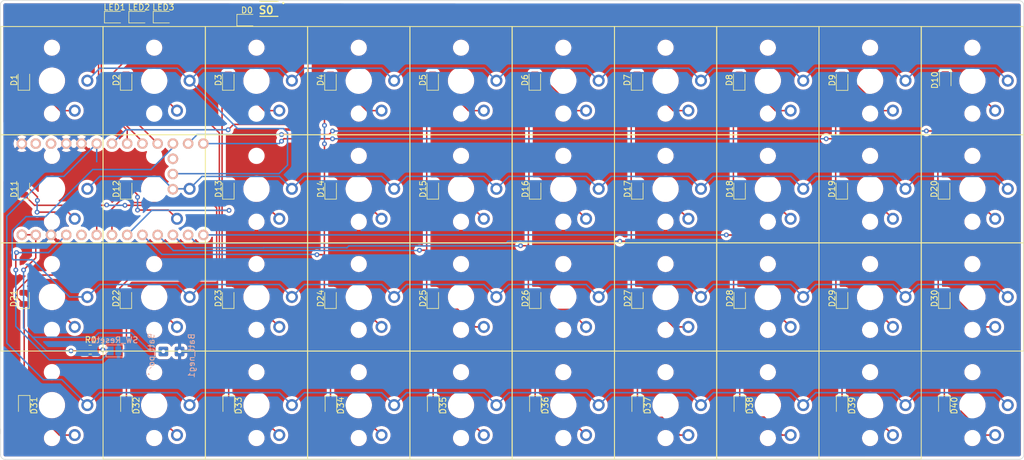
<source format=kicad_pcb>
(kicad_pcb (version 20211014) (generator pcbnew)
  (title_block (title "Meteor Sidekick") (date "2022-11-04") (rev "A") (company "Az Builts") (comment 1 "Ultra-thin wireless keyboard for large smartphones"))
  (layers (0 "F.Cu" signal) (31 "B.Cu" signal) (34 "B.Paste" user) (35 "F.Paste" user) (36 "B.SilkS" user "B.Silkscreen") (37 "F.SilkS" user "F.Silkscreen") (38 "B.Mask" user) (39 "F.Mask" user) (44 "Edge.Cuts" user))
  (net 0 "")
  (net 1 "/col_0")
  (net 2 "/col_1")
  (net 3 "/col_2")
  (net 4 "/col_3")
  (net 5 "/col_4")
  (net 6 "/col_5")
  (net 7 "/col_6")
  (net 8 "/col_7")
  (net 9 "/col_8")
  (net 10 "/col_9")
  (net 11 "Net-(D1-Pad2)")
  (net 12 "/row_0")
  (net 13 "/row_1")
  (net 14 "/row_2")
  (net 15 "/row_3")
  (net 16 "GND")
  (net 17 "Net-(R0-Pad2)")
  (net 19 "/Batt +")
  (net 20 "/LED1")
  (net 21 "/LED2")
  (net 22 "/LED3")
  (net 23 "Net-(D0-Pad2)")
  (net 24 "/SIDE_SWITCH")
  (net 25 "Net-(D2-Pad2)")
  (net 26 "Net-(D3-Pad2)")
  (net 27 "Net-(D4-Pad2)")
  (net 28 "Net-(D5-Pad2)")
  (net 29 "Net-(D6-Pad2)")
  (net 30 "Net-(D7-Pad2)")
  (net 31 "Net-(D8-Pad2)")
  (net 32 "Net-(D9-Pad2)")
  (net 33 "Net-(D10-Pad2)")
  (net 34 "Net-(D11-Pad2)")
  (net 35 "Net-(D12-Pad2)")
  (net 36 "Net-(D13-Pad2)")
  (net 37 "Net-(D14-Pad2)")
  (net 38 "Net-(D15-Pad2)")
  (net 39 "Net-(D16-Pad2)")
  (net 40 "Net-(D17-Pad2)")
  (net 41 "Net-(D18-Pad2)")
  (net 42 "Net-(D19-Pad2)")
  (net 43 "Net-(D20-Pad2)")
  (net 44 "Net-(D21-Pad2)")
  (net 45 "Net-(D22-Pad2)")
  (net 46 "Net-(D23-Pad2)")
  (net 47 "Net-(D24-Pad2)")
  (net 48 "Net-(D25-Pad2)")
  (net 49 "Net-(D26-Pad2)")
  (net 50 "Net-(D27-Pad2)")
  (net 51 "Net-(D28-Pad2)")
  (net 52 "Net-(D29-Pad2)")
  (net 53 "Net-(D30-Pad2)")
  (net 54 "Net-(D31-Pad2)")
  (net 55 "Net-(D32-Pad2)")
  (net 56 "Net-(D33-Pad2)")
  (net 57 "Net-(D34-Pad2)")
  (net 58 "Net-(D35-Pad2)")
  (net 59 "Net-(D36-Pad2)")
  (net 60 "Net-(D37-Pad2)")
  (net 61 "Net-(D38-Pad2)")
  (net 62 "Net-(D39-Pad2)")
  (net 63 "Net-(D40-Pad2)")
  (footprint "Diode_SMD:D_0805_2012Metric" (layer "F.Cu") (at 56.41111 73.7375 90)
    (fp_text reference "D23")
    (fp_text value "D")
  )
  (footprint "Az-custom-parts:Kailh-PG1350-1u-NoLED-NoClickhole-Smol" (layer "F.Cu") (at 95.225 55.453 90)
    (fp_text reference "K15")
    (fp_text value "KEYSW" hide)
  )
  (footprint "Az-custom-parts:Kailh-PG1350-1u-NoLED-NoClickhole-Smol" (layer "F.Cu") (at 163.425 73.503 90)
    (fp_text reference "K29")
    (fp_text value "KEYSW" hide)
  )
  (footprint "Az-custom-parts:Kailh-PG1350-1u-NoLED-NoClickhole-Smol" (layer "F.Cu") (at 112.275 37.403 90)
    (fp_text reference "K6")
    (fp_text value "KEYSW" hide)
  )
  (footprint "Az-custom-parts:Kailh-PG1350-1u-NoLED-NoClickhole-Smol" (layer "F.Cu") (at 78.175 91.553 90)
    (fp_text reference "K34")
    (fp_text value "KEYSW" hide)
  )
  (footprint "Diode_SMD:D_0805_2012Metric" (layer "F.Cu") (at 175.8 91.625 -90)
    (fp_text reference "D40")
    (fp_text value "D")
  )
  (footprint "Az-custom-parts:Kailh-PG1350-1u-NoLED-NoClickhole-Smol" (layer "F.Cu") (at 44.075 55.453 90)
    (fp_text reference "K12")
    (fp_text value "KEYSW" hide)
  )
  (footprint "LED_SMD:LED_0805_2012Metric" (layer "F.Cu") (at 45.6 26.8)
    (fp_text reference "LED3")
    (fp_text value "LED")
  )
  (footprint "Az-custom-parts:Kailh-PG1350-1u-NoLED-NoClickhole-Smol" (layer "F.Cu") (at 27.025 73.503 90)
    (fp_text reference "K21")
    (fp_text value "KEYSW" hide)
  )
  (footprint "Az-custom-parts:Kailh-PG1350-1u-NoLED-NoClickhole-Smol" (layer "F.Cu") (at 163.425 55.453 90)
    (fp_text reference "K19")
    (fp_text value "KEYSW" hide)
  )
  (footprint "Az-custom-parts:Kailh-PG1350-1u-NoLED-NoClickhole-Smol" (layer "F.Cu") (at 129.325 73.503 90)
    (fp_text reference "K27")
    (fp_text value "KEYSW" hide)
  )
  (footprint "Az-custom-parts:Kailh-PG1350-1u-NoLED-NoClickhole-Smol" (layer "F.Cu") (at 112.275 73.503 90)
    (fp_text reference "K26")
    (fp_text value "KEYSW" hide)
  )
  (footprint "Diode_SMD:D_0805_2012Metric" (layer "F.Cu") (at 90.492856 37.3125 90)
    (fp_text reference "D5")
    (fp_text value "D")
  )
  (footprint "Diode_SMD:D_0805_2012Metric" (layer "F.Cu") (at 39.355555 73.7375 90)
    (fp_text reference "D22")
    (fp_text value "D")
  )
  (footprint "Az-custom-parts:Kailh-PG1350-1u-NoLED-NoClickhole-Smol" (layer "F.Cu") (at 78.175 37.403 90)
    (fp_text reference "K4")
    (fp_text value "KEYSW" hide)
  )
  (footprint "Az-custom-parts:Kailh-PG1350-1u-NoLED-NoClickhole-Smol" (layer "F.Cu") (at 27.025 91.553 90)
    (fp_text reference "K31")
    (fp_text value "KEYSW" hide)
  )
  (footprint "Az-custom-parts:Kailh-PG1350-1u-NoLED-NoClickhole-Smol" (layer "F.Cu") (at 146.375 73.503 90)
    (fp_text reference "K28")
    (fp_text value "KEYSW" hide)
  )
  (footprint "Az-custom-parts:Kailh-PG1350-1u-NoLED-NoClickhole-Smol" (layer "F.Cu") (at 27.025 37.403 90)
    (fp_text reference "K1")
    (fp_text value "KEYSW" hide)
  )
  (footprint "Diode_SMD:D_0805_2012Metric" (layer "F.Cu") (at 56.438888 55.4875 90)
    (fp_text reference "D13")
    (fp_text value "D")
  )
  (footprint "Diode_SMD:D_0805_2012Metric" (layer "F.Cu") (at 141.711108 91.625 -90)
    (fp_text reference "D38")
    (fp_text value "D")
  )
  (footprint "Diode_SMD:D_0805_2012Metric" (layer "F.Cu") (at 56.421428 37.3125 90)
    (fp_text reference "D3")
    (fp_text value "D")
  )
  (footprint "Diode_SMD:D_0805_2012Metric" (layer "F.Cu") (at 22.4 91.625 -90)
    (fp_text reference "D31")
    (fp_text value "D")
  )
  (footprint "Diode_SMD:D_0805_2012Metric" (layer "F.Cu") (at 90.527776 55.4875 90)
    (fp_text reference "D15")
    (fp_text value "D")
  )
  (footprint "Az-custom-parts:Kailh-PG1350-1u-NoLED-NoClickhole-Smol" (layer "F.Cu") (at 95.225 73.503 90)
    (fp_text reference "K25")
    (fp_text value "KEYSW" hide)
  )
  (footprint "Az-custom-parts:Kailh-PG1350-1u-NoLED-NoClickhole-Smol" (layer "F.Cu") (at 180.475 73.503 90)
    (fp_text reference "K30")
    (fp_text value "KEYSW" hide)
  )
  (footprint "b3u:B3U-1000P" (layer "F.Cu") (at 63.2 25.425)
    (fp_text reference "S0")
    (fp_text value "B3U-3000P" hide)
  )
  (footprint "Diode_SMD:D_0805_2012Metric" (layer "F.Cu") (at 124.616664 55.4875 90)
    (fp_text reference "D17")
    (fp_text value "D")
  )
  (footprint "Diode_SMD:D_0805_2012Metric" (layer "F.Cu") (at 175.8 73.7375 90)
    (fp_text reference "D30")
    (fp_text value "D")
  )
  (footprint "Diode_SMD:D_0805_2012Metric" (layer "F.Cu") (at 175.75 55.4875 90)
    (fp_text reference "D20")
    (fp_text value "D")
  )
  (footprint "Az-custom-parts:Kailh-PG1350-1u-NoLED-NoClickhole-Smol" (layer "F.Cu") (at 180.475 55.453 90)
    (fp_text reference "K20")
    (fp_text value "KEYSW" hide)
  )
  (footprint "Az-custom-parts:Kailh-PG1350-1u-NoLED-NoClickhole-Smol" (layer "F.Cu") (at 112.275 91.553 90)
    (fp_text reference "K36")
    (fp_text value "KEYSW" hide)
  )
  (footprint "Az-custom-parts:Kailh-PG1350-1u-NoLED-NoClickhole-Smol" (layer "F.Cu") (at 112.275 55.453 90)
    (fp_text reference "K16")
    (fp_text value "KEYSW" hide)
  )
  (footprint "Diode_SMD:D_0805_2012Metric" (layer "F.Cu") (at 90.52222 73.7375 90)
    (fp_text reference "D25")
    (fp_text value "D")
  )
  (footprint "Diode_SMD:D_0805_2012Metric" (layer "F.Cu") (at 73.457142 37.3125 90)
    (fp_text reference "D4")
    (fp_text value "D")
  )
  (footprint "Az-custom-parts:Kailh-PG1350-1u-NoLED-NoClickhole-Smol" (layer "F.Cu") (at 44.075 37.403 90)
    (fp_text reference "K2")
    (fp_text value "KEYSW" hide)
  )
  (footprint "Diode_SMD:D_0805_2012Metric" (layer "F.Cu") (at 158.705552 55.4875 90)
    (fp_text reference "D19")
    (fp_text value "D")
  )
  (footprint "LED_SMD:LED_0805_2012Metric" (layer "F.Cu") (at 41.53125 26.8)
    (fp_text reference "LED2")
    (fp_text value "LED")
  )
  (footprint "Az-custom-parts:Kailh-PG1350-1u-NoLED-NoClickhole-Smol" (layer "F.Cu") (at 95.225 37.403 90)
    (fp_text reference "K5")
    (fp_text value "KEYSW" hide)
  )
  (footprint "Az-custom-parts:Kailh-PG1350-1u-NoLED-NoClickhole-Smol" (layer "F.Cu") (at 146.375 55.453 90)
    (fp_text reference "K18")
    (fp_text value "KEYSW" hide)
  )
  (footprint "Az-custom-parts:Kailh-PG1350-1u-NoLED-NoClickhole-Smol" (layer "F.Cu") (at 61.125 37.403 90)
    (fp_text reference "K3")
    (fp_text value "KEYSW" hide)
  )
  (footprint "Diode_SMD:D_0805_2012Metric" (layer "F.Cu") (at 22.3 73.7375 90)
    (fp_text reference "D21")
    (fp_text value "D")
  )
  (footprint "Az-custom-parts:Kailh-PG1350-1u-NoLED-NoClickhole-Smol" (layer "F.Cu") (at 129.325 55.453 90)
    (fp_text reference "K17")
    (fp_text value "KEYSW" hide)
  )
  (footprint "Diode_SMD:D_0805_2012Metric" (layer "F.Cu") (at 124.564284 37.3125 90)
    (fp_text reference "D7")
    (fp_text value "D")
  )
  (footprint "Az-custom-parts:Kailh-PG1350-1u-NoLED-NoClickhole-Smol" (layer "F.Cu") (at 146.375 91.553 90)
    (fp_text reference "K38")
    (fp_text value "KEYSW" hide)
  )
  (footprint "Diode_SMD:D_0805_2012Metric" (layer "F.Cu") (at 90.577776 91.625 -90)
    (fp_text reference "D35")
    (fp_text value "D")
  )
  (footprint "Az-custom-parts:Kailh-PG1350-1u-NoLED-NoClickhole-Smol" (layer "F.Cu") (at 44.075 73.503 90)
    (fp_text reference "K22")
    (fp_text value "KEYSW" hide)
  )
  (footprint "Az-custom-parts:Kailh-PG1350-1u-NoLED-NoClickhole-Smol" (layer "F.Cu") (at 180.475 91.553 90)
    (fp_text reference "K40")
    (fp_text value "KEYSW" hide)
  )
  (footprint "Diode_SMD:D_0805_2012Metric" (layer "F.Cu") (at 22.35 37.3125 90)
    (fp_text reference "D1")
    (fp_text value "D")
  )
  (footprint "Diode_SMD:D_0805_2012Metric" (layer "F.Cu") (at 107.62222 91.625 -90)
    (fp_text reference "D36")
    (fp_text value "D")
  )
  (footprint "Diode_SMD:D_0805_2012Metric" (layer "F.Cu") (at 158.755552 91.625 -90)
    (fp_text reference "D39")
    (fp_text value "D")
  )
  (footprint "Diode_SMD:D_0805_2012Metric" (layer "F.Cu") (at 39.394444 55.4875 90)
    (fp_text reference "D12")
    (fp_text value "D")
  )
  (footprint "Diode_SMD:D_0805_2012Metric" (layer "F.Cu") (at 73.533332 91.625 -90)
    (fp_text reference "D34")
    (fp_text value "D")
  )
  (footprint "Az-custom-parts:Kailh-PG1350-1u-NoLED-NoClickhole-Smol" (layer "F.Cu") (at 129.325 37.403 90)
    (fp_text reference "K7")
    (fp_text value "KEYSW" hide)
  )
  (footprint "Diode_SMD:D_0805_2012Metric" (layer "F.Cu") (at 73.466665 73.7375 90)
    (fp_text reference "D24")
    (fp_text value "D")
  )
  (footprint "Az-custom-parts:Kailh-PG1350-1u-NoLED-NoClickhole-Smol" (layer "F.Cu") (at 61.125 91.553 90)
    (fp_text reference "K33")
    (fp_text value "KEYSW" hide)
  )
  (footprint "Resistor_SMD:R_0805_2012Metric" (layer "F.Cu") (at 33.4 82.3)
    (fp_text reference "R0")
    (fp_text value locked "R")
  )
  (footprint "Diode_SMD:D_0805_2012Metric" (layer "F.Cu") (at 59.5375 27.3)
    (fp_text reference "D0")
    (fp_text value "D")
  )
  (footprint "Diode_SMD:D_0805_2012Metric" (layer "F.Cu") (at 158.75 37.3375 90)
    (fp_text reference "D9")
    (fp_text value "D")
  )
  (footprint "Diode_SMD:D_0805_2012Metric" (layer "F.Cu") (at 39.385714 37.3125 90)
    (fp_text reference "D2")
    (fp_text value "D")
  )
  (footprint "Diode_SMD:D_0805_2012Metric" (layer "F.Cu") (at 175.95 37.2625 -90)
    (fp_text reference "D10")
    (fp_text value "D")
  )
  (footprint "Az-custom-parts:Kailh-PG1350-1u-NoLED-NoClickhole-Smol" (layer "F.Cu") (at 146.375 37.403 90)
    (fp_text reference "K8")
    (fp_text value "KEYSW" hide)
  )
  (footprint "Diode_SMD:D_0805_2012Metric" (layer "F.Cu") (at 39.444444 91.625 -90)
    (fp_text reference "D32")
    (fp_text value "D")
  )
  (footprint "Diode_SMD:D_0805_2012Metric" (layer "F.Cu") (at 124.63333 73.7375 90)
    (fp_text reference "D27")
    (fp_text value "D")
  )
  (footprint "Az-custom-parts:Kailh-PG1350-1u-NoLED-NoClickhole-Smol" (layer "F.Cu") (at 180.475 37.403 90)
    (fp_text reference "K10")
    (fp_text value "KEYSW" hide)
  )
  (footprint "Diode_SMD:D_0805_2012Metric" (layer "F.Cu") (at 22.35 55.4875 90)
    (fp_text reference "D11")
    (fp_text value "D")
  )
  (footprint "Diode_SMD:D_0805_2012Metric" (layer "F.Cu") (at 73.483332 55.4875 90)
    (fp_text reference "D14")
    (fp_text value "D")
  )
  (footprint "Az-custom-parts:Kailh-PG1350-1u-NoLED-NoClickhole-Smol" (layer "F.Cu") (at 44.075 91.553 90)
    (fp_text reference "K32")
    (fp_text value "KEYSW" hide)
  )
  (footprint "Az-custom-parts:Kailh-PG1350-1u-NoLED-NoClickhole-Smol" (layer "F.Cu") (at 61.125 73.503 90)
    (fp_text reference "K23")
    (fp_text value "KEYSW" hide)
  )
  (footprint "Az-custom-parts:Kailh-PG1350-1u-NoLED-NoClickhole-Smol" (layer "F.Cu") (at 163.425 91.553 90)
    (fp_text reference "K39")
    (fp_text value "KEYSW" hide)
  )
  (footprint "Diode_SMD:D_0805_2012Metric" (layer "F.Cu") (at 56.488888 91.625 -90)
    (fp_text reference "D33")
    (fp_text value "D")
  )
  (footprint "Diode_SMD:D_0805_2012Metric" (layer "F.Cu") (at 124.666664 91.625 -90)
    (fp_text reference "D37")
    (fp_text value "D")
  )
  (footprint "Az-custom-parts:Kailh-PG1350-1u-NoLED-NoClickhole-Smol" (layer "F.Cu") (at 95.225 91.553 90)
    (fp_text reference "K35")
    (fp_text value "KEYSW" hide)
  )
  (footprint "Az-custom-parts:Kailh-PG1350-1u-NoLED-NoClickhole-Smol" (layer "F.Cu") (at 129.325 91.553 90)
    (fp_text reference "K37")
    (fp_text value "KEYSW" hide)
  )
  (footprint "Diode_SMD:D_0805_2012Metric" (layer "F.Cu") (at 158.74444 73.7375 90)
    (fp_text reference "D29")
    (fp_text value "D")
  )
  (footprint "Diode_SMD:D_0805_2012Metric" (layer "F.Cu") (at 107.57222 55.4875 90)
    (fp_text reference "D16")
    (fp_text value "D")
  )
  (footprint "Diode_SMD:D_0805_2012Metric" (layer "F.Cu") (at 141.661108 55.4875 90)
    (fp_text reference "D18")
    (fp_text value "D")
  )
  (footprint "Az-custom-parts:Kailh-PG1350-1u-NoLED-NoClickhole-Smol" (layer "F.Cu") (at 78.175 55.453 90)
    (fp_text reference "K14")
    (fp_text value "KEYSW" hide)
  )
  (footprint "Az-custom-parts:Kailh-PG1350-1u-NoLED-NoClickhole-Smol" (layer "F.Cu") (at 61.125 55.453 90)
    (fp_text reference "K13")
    (fp_text value "KEYSW" hide)
  )
  (footprint "LED_SMD:LED_0805_2012Metric" (layer "F.Cu") (at 37.4625 26.8)
    (fp_text reference "LED1")
    (fp_text value "LED")
  )
  (footprint "Az-custom-parts:Kailh-PG1350-1u-NoLED-NoClickhole-Smol" (layer "F.Cu") (at 27.025 55.453 90)
    (fp_text reference "K11")
    (fp_text value "KEYSW" hide)
  )
  (footprint "Diode_SMD:D_0805_2012Metric" (layer "F.Cu") (at 141.688885 73.7375 90)
    (fp_text reference "D28")
    (fp_text value "D")
  )
  (footprint "Az-custom-parts:Kailh-PG1350-1u-NoLED-NoClickhole-Smol" (layer "F.Cu") (at 163.425 37.403 90)
    (fp_text reference "K9")
    (fp_text value "KEYSW" hide)
  )
  (footprint "Diode_SMD:D_0805_2012Metric" (layer "F.Cu") (at 107.577775 73.7375 90)
    (fp_text reference "D26")
    (fp_text value "D")
  )
  (footprint "Diode_SMD:D_0805_2012Metric" (layer "F.Cu") (at 107.52857 37.3125 90)
    (fp_text reference "D6")
    (fp_text value "D")
  )
  (footprint "Az-custom-parts:Kailh-PG1350-1u-NoLED-NoClickhole-Smol" (layer "F.Cu") (at 78.175 73.503 90)
    (fp_text reference "K24")
    (fp_text value "KEYSW" hide)
  )
  (footprint "Diode_SMD:D_0805_2012Metric" (layer "F.Cu") (at 141.6 37.3125 90)
    (fp_text reference "D8")
    (fp_text value "D")
  )
  (footprint "nice-nano-kicad:nice_nano_v2" (layer "B.Cu") (at 38.3 55.525)
    (fp_text reference "U1" hide)
    (fp_text value "nice_nano_v2" hide)
  )
  (footprint "Jumper:SolderJumper-2_P1.3mm_Open_Pad1.0x1.5mm" (layer "B.Cu") (at 37.45 82.5 180)
    (fp_text reference "SW_Reset1")
    (fp_text value "SW_Reset1")
  )
  (footprint "Connector_Wire:SolderWire-0.1sqmm_1x01_D0.4mm_OD1mm" (layer "B.Cu") (at 45.6 82.6 180)
    (fp_text reference "Batt_pos1")
    (fp_text value "Conn_01x01")
  )
  (footprint "Connector_Wire:SolderWire-0.1sqmm_1x01_D0.4mm_OD1mm" (layer "B.Cu") (at 48.3 82.6 180)
    (fp_text reference "Batt_neg1")
    (fp_text value "Conn_01x01")
  )
  (gr_rect (start 103.75 82.525) (end 120.8 100.575) (layer "F.SilkS") (width 0.15) (fill none))
  (gr_rect (start 171.95 28.375) (end 189 46.425) (layer "F.SilkS") (width 0.15) (fill none))
  (gr_rect (start 86.7 46.425) (end 103.75 64.475) (layer "F.SilkS") (width 0.15) (fill none))
  (gr_rect (start 86.7 64.475) (end 103.75 82.525) (layer "F.SilkS") (width 0.15) (fill none))
  (gr_rect (start 120.8 46.425) (end 137.85 64.475) (layer "F.SilkS") (width 0.15) (fill none))
  (gr_rect (start 69.65 82.525) (end 86.7 100.575) (layer "F.SilkS") (width 0.15) (fill none))
  (gr_rect (start 103.75 46.425) (end 120.8 64.475) (layer "F.SilkS") (width 0.15) (fill none))
  (gr_rect (start 171.95 46.425) (end 189 64.475) (layer "F.SilkS") (width 0.15) (fill none))
  (gr_rect (start 35.55 46.425) (end 52.6 64.475) (layer "F.SilkS") (width 0.15) (fill none))
  (gr_rect (start 103.75 64.475) (end 120.8 82.525) (layer "F.SilkS") (width 0.15) (fill none))
  (gr_rect (start 69.65 64.475) (end 86.7 82.525) (layer "F.SilkS") (width 0.15) (fill none))
  (gr_rect (start 103.75 28.375) (end 120.8 46.425) (layer "F.SilkS") (width 0.15) (fill none))
  (gr_rect (start 137.85 82.525) (end 154.9 100.575) (layer "F.SilkS") (width 0.15) (fill none))
  (gr_rect (start 137.85 64.475) (end 154.9 82.525) (layer "F.SilkS") (width 0.15) (fill none))
  (gr_rect (start 18.5 64.475) (end 35.55 82.525) (layer "F.SilkS") (width 0.15) (fill none))
  (gr_rect (start 154.9 64.475) (end 171.95 82.525) (layer "F.SilkS") (width 0.15) (fill none))
  (gr_rect (start 69.65 28.375) (end 86.7 46.425) (layer "F.SilkS") (width 0.15) (fill none))
  (gr_rect (start 171.95 64.475) (end 189 82.525) (layer "F.SilkS") (width 0.15) (fill none))
  (gr_rect (start 137.85 28.375) (end 154.9 46.425) (layer "F.SilkS") (width 0.15) (fill none))
  (gr_rect (start 137.85 46.425) (end 154.9 64.475) (layer "F.SilkS") (width 0.15) (fill none))
  (gr_rect (start 52.6 28.375) (end 69.65 46.425) (layer "F.SilkS") (width 0.15) (fill none))
  (gr_rect (start 35.55 82.525) (end 52.6 100.575) (layer "F.SilkS") (width 0.15) (fill none))
  (gr_rect (start 120.8 28.375) (end 137.85 46.425) (layer "F.SilkS") (width 0.15) (fill none))
  (gr_rect (start 154.9 46.425) (end 171.95 64.475) (layer "F.SilkS") (width 0.15) (fill none))
  (gr_rect (start 18.5 28.375) (end 35.55 46.425) (layer "F.SilkS") (width 0.15) (fill none))
  (gr_rect (start 120.8 64.475) (end 137.85 82.525) (layer "F.SilkS") (width 0.15) (fill none))
  (gr_rect (start 69.65 46.425) (end 86.7 64.475) (layer "F.SilkS") (width 0.15) (fill none))
  (gr_rect (start 52.6 82.525) (end 69.65 100.575) (layer "F.SilkS") (width 0.15) (fill none))
  (gr_rect (start 35.55 28.375) (end 52.6 46.425) (layer "F.SilkS") (width 0.15) (fill none))
  (gr_rect (start 52.6 46.425) (end 69.65 64.475) (layer "F.SilkS") (width 0.15) (fill none))
  (gr_rect (start 154.9 28.375) (end 171.95 46.425) (layer "F.SilkS") (width 0.15) (fill none))
  (gr_rect (start 18.5 46.425) (end 35.55 64.475) (layer "F.SilkS") (width 0.15) (fill none))
  (gr_rect (start 52.6 64.475) (end 69.65 82.525) (layer "F.SilkS") (width 0.15) (fill none))
  (gr_rect (start 35.55 64.475) (end 52.6 82.525) (layer "F.SilkS") (width 0.15) (fill none))
  (gr_rect (start 86.7 82.525) (end 103.75 100.575) (layer "F.SilkS") (width 0.15) (fill none))
  (gr_rect (start 120.8 82.525) (end 137.85 100.575) (layer "F.SilkS") (width 0.15) (fill none))
  (gr_rect (start 154.9 82.525) (end 171.95 100.575) (layer "F.SilkS") (width 0.15) (fill none))
  (gr_rect (start 86.7 28.375) (end 103.75 46.425) (layer "F.SilkS") (width 0.15) (fill none))
  (gr_line (start 189.034315 24.840685) (end 189.05 96.275) (layer "Edge.Cuts") (width 0.1))
  (gr_line (start 18.45 96.325) (end 18.415685 24.790685) (layer "Edge.Cuts") (width 0.1))
  (gr_line (start 189.05 96.259315) (end 189.05 99.809315) (layer "Edge.Cuts") (width 0.1))
  (gr_line (start 18.45 95.525) (end 18.45 99.825) (layer "Edge.Cuts") (width 0.1))
  (gr_line (start 188.234315 100.609315) (end 19.25 100.625) (layer "Edge.Cuts") (width 0.1))
  (gr_arc (start 18.415685 24.790685) (mid 18.65 24.225) (end 19.215685 23.990685) (layer "Edge.Cuts") (width 0.1))
  (gr_arc (start 189.05 99.809315) (mid 188.815685 100.375) (end 188.25 100.609315) (layer "Edge.Cuts") (width 0.1))
  (gr_arc (start 19.25 100.625) (mid 18.684315 100.390685) (end 18.45 99.825) (layer "Edge.Cuts") (width 0.1))
  (gr_line (start 19.215685 23.990685) (end 188.234315 24.040685) (layer "Edge.Cuts") (width 0.1))
  (gr_arc (start 188.234315 24.040685) (mid 188.8 24.275) (end 189.034315 24.840685) (layer "Edge.Cuts") (width 0.1))
  (segment (start 54.013604 69.85) (end 23.745666 69.85) (width 0.25) (layer "F.Cu") (net 1))
  (segment (start 54.049714 58.2) (end 54.48611 58.636396) (width 0.25) (layer "F.Cu") (net 1))
  (segment (start 54.48611 58.636396) (end 54.48611 69.377494) (width 0.25) (layer "F.Cu") (net 1))
  (segment (start 39.2 58.2) (end 54.049714 58.2) (width 0.25) (layer "F.Cu") (net 1))
  (segment (start 21.2 73.575) (end 22.3 74.675) (width 0.25) (layer "F.Cu") (net 1))
  (segment (start 21.2 72.395666) (end 21.2 73.575) (width 0.25) (layer "F.Cu") (net 1))
  (segment (start 22.35 38.25) (end 22.35 42.1) (width 0.25) (layer "F.Cu") (net 1))
  (segment (start 22.4 74.775) (end 22.3 74.675) (width 0.25) (layer "F.Cu") (net 1))
  (segment (start 22.35 56.425) (end 24.125 58.2) (width 0.25) (layer "F.Cu") (net 1))
  (segment (start 34.49 63.145) (end 34.49 58.29) (width 0.25) (layer "F.Cu") (net 1))
  (segment (start 19.55 53.625) (end 22.35 56.425) (width 0.25) (layer "F.Cu") (net 1))
  (segment (start 23.745666 69.85) (end 21.2 72.395666) (width 0.25) (layer "F.Cu") (net 1))
  (segment (start 22.35 42.1) (end 19.55 44.9) (width 0.25) (layer "F.Cu") (net 1))
  (segment (start 54.049714 58.2) (end 54.174857 58.325143) (width 0.25) (layer "F.Cu") (net 1))
  (segment (start 36.1 58.2) (end 36.15 58.15) (width 0.25) (layer "F.Cu") (net 1))
  (segment (start 19.55 44.9) (end 19.55 53.625) (width 0.25) (layer "F.Cu") (net 1))
  (segment (start 24.125 58.2) (end 34.4 58.2) (width 0.25) (layer "F.Cu") (net 1))
  (segment (start 34.49 58.29) (end 34.4 58.2) (width 0.25) (layer "F.Cu") (net 1))
  (segment (start 22.4 90.6875) (end 22.4 74.775) (width 0.25) (layer "F.Cu") (net 1))
  (segment (start 54.48611 69.377494) (end 54.013604 69.85) (width 0.25) (layer "F.Cu") (net 1))
  (segment (start 34.4 58.2) (end 36.1 58.2) (width 0.25) (layer "F.Cu") (net 1))
  (via (at 39.2 58.2) (size 0.8) (drill 0.4) (layers "F.Cu" "B.Cu") (net 1))
  (via (at 36.15 58.15) (size 0.8) (drill 0.4) (layers "F.Cu" "B.Cu") (net 1))
  (segment (start 36.2 58.2) (end 39.2 58.2) (width 0.25) (layer "B.Cu") (net 1))
  (segment (start 36.15 58.15) (end 36.2 58.2) (width 0.25) (layer "B.Cu") (net 1))
  (segment (start 48.75 39.95) (end 54.93611 46.13611) (width 0.25) (layer "F.Cu") (net 2))
  (segment (start 54.93611 69.56389) (end 54.93611 59.23611) (width 0.25) (layer "F.Cu") (net 2))
  (segment (start 39.444444 74.763889) (end 39.355555 74.675) (width 0.25) (layer "F.Cu") (net 2))
  (segment (start 54.93611 59.23611) (end 54.93611 58.45) (width 0.25) (layer "F.Cu") (net 2))
  (segment (start 39.385714 38.25) (end 41.085714 39.95) (width 0.25) (layer "F.Cu") (net 2))
  (segment (start 39.355555 74.675) (end 38.330555 73.65) (width 0.25) (layer "F.Cu") (net 2))
  (segment (start 54.23611 57.75) (end 40.719444 57.75) (width 0.25) (layer "F.Cu") (net 2))
  (segment (start 39.444444 90.6875) (end 39.444444 74.763889) (width 0.25) (layer "F.Cu") (net 2))
  (segment (start 38.330555 72.015031) (end 40.045586 70.3) (width 0.25) (layer "F.Cu") (net 2))
  (segment (start 37.03 58.789444) (end 39.394444 56.425) (width 0.25) (layer "F.Cu") (net 2))
  (segment (start 37.03 63.145) (end 37.03 58.789444) (width 0.25) (layer "F.Cu") (net 2))
  (segment (start 40.045586 70.3) (end 54.2 70.3) (width 0.25) (layer "F.Cu") (net 2))
  (segment (start 54.2 70.3) (end 54.93611 69.56389) (width 0.25) (layer "F.Cu") (net 2))
  (segment (start 41.085714 39.95) (end 48.75 39.95) (width 0.25) (layer "F.Cu") (net 2))
  (segment (start 54.93611 58.45) (end 54.23611 57.75) (width 0.25) (layer "F.Cu") (net 2))
  (segment (start 54.93611 46.13611) (end 54.93611 59.23611) (width 0.25) (layer "F.Cu") (net 2))
  (segment (start 38.330555 73.65) (end 38.330555 72.015031) (width 0.25) (layer "F.Cu") (net 2))
  (segment (start 40.719444 57.75) (end 39.394444 56.425) (width 0.25) (layer "F.Cu") (net 2))
  (segment (start 56.41111 74.675) (end 55.38611 73.65) (width 0.25) (layer "F.Cu") (net 3))
  (segment (start 55.38611 39.285318) (end 56.421428 38.25) (width 0.25) (layer "F.Cu") (net 3))
  (segment (start 56.488888 90.6875) (end 56.488888 74.752778) (width 0.25) (layer "F.Cu") (net 3))
  (segment (start 56.488888 74.752778) (end 56.41111 74.675) (width 0.25) (layer "F.Cu") (net 3))
  (segment (start 56.438888 56.425) (end 55.38611 55.372222) (width 0.25) (layer "F.Cu") (net 3))
  (segment (start 55.38611 57.477778) (end 56.438888 56.425) (width 0.25) (layer "F.Cu") (net 3))
  (segment (start 55.38611 55.372222) (end 55.38611 39.285318) (width 0.25) (layer "F.Cu") (net 3))
  (segment (start 56.55 59.05) (end 55.45 59.05) (width 0.25) (layer "F.Cu") (net 3))
  (segment (start 55.38611 58.98611) (end 55.38611 57.477778) (width 0.25) (layer "F.Cu") (net 3))
  (segment (start 55.38611 73.65) (end 55.38611 58.98611) (width 0.25) (layer "F.Cu") (net 3))
  (segment (start 55.45 59.05) (end 55.38611 58.98611) (width 0.25) (layer "F.Cu") (net 3))
  (via (at 56.55 59.05) (size 0.8) (drill 0.4) (layers "F.Cu" "B.Cu") (net 3))
  (segment (start 43.75 59.05) (end 56.55 59.05) (width 0.25) (layer "B.Cu") (net 3))
  (segment (start 43.665 59.05) (end 43.75 59.05) (width 0.25) (layer "B.Cu") (net 3))
  (segment (start 39.57 63.145) (end 43.665 59.05) (width 0.25) (layer "B.Cu") (net 3))
  (segment (start 73.533332 90.6875) (end 73.466665 90.620833) (width 0.25) (layer "F.Cu") (net 4))
  (segment (start 72.458332 55.4) (end 72.458332 47.941668) (width 0.25) (layer "F.Cu") (net 4))
  (segment (start 72.441665 66.408335) (end 72.441665 65.558335) (width 0.25) (layer "F.Cu") (net 4))
  (segment (start 73.466665 74.675) (end 72.441665 73.65) (width 0.25) (layer "F.Cu") (net 4))
  (segment (start 73.483332 56.425) (end 72.458332 55.4) (width 0.25) (layer "F.Cu") (net 4))
  (segment (start 73.466665 90.620833) (end 73.466665 74.675) (width 0.25) (layer "F.Cu") (net 4))
  (segment (start 72.441665 73.65) (end 72.441665 66.408335) (width 0.25) (layer "F.Cu") (net 4))
  (segment (start 72.458332 39.24881) (end 72.458332 44.858332) (width 0.25) (layer "F.Cu") (net 4))
  (segment (start 72.458332 39.24881) (end 73.457142 38.25) (width 0.25) (layer "F.Cu") (net 4))
  (segment (start 71.2 66.45) (end 72.4 66.45) (width 0.25) (layer "F.Cu") (net 4))
  (segment (start 72.441665 57.466667) (end 73.483332 56.425) (width 0.25) (layer "F.Cu") (net 4))
  (segment (start 72.4 66.45) (end 72.441665 66.408335) (width 0.25) (layer "F.Cu") (net 4))
  (segment (start 72.441665 65.558335) (end 72.441665 57.466667) (width 0.25) (layer "F.Cu") (net 4))
  (via (at 72.458332 47.941668) (size 0.8) (drill 0.4) (layers "F.Cu" "B.Cu") (net 4))
  (via (at 71.2 66.45) (size 0.8) (drill 0.4) (layers "F.Cu" "B.Cu") (net 4))
  (via (at 72.458332 44.858332) (size 0.8) (drill 0.4) (layers "F.Cu" "B.Cu") (net 4))
  (segment (start 71.15 66.4) (end 45.365 66.4) (width 0.25) (layer "B.Cu") (net 4))
  (segment (start 71.2 66.45) (end 71.15 66.4) (width 0.25) (layer "B.Cu") (net 4))
  (segment (start 72.458332 47.941668) (end 72.458332 44.858332) (width 0.25) (layer "B.Cu") (net 4))
  (segment (start 45.365 66.4) (end 42.11 63.145) (width 0.25) (layer "B.Cu") (net 4))
  (segment (start 90.52222 74.675) (end 90.577776 74.730556) (width 0.25) (layer "F.Cu") (net 5))
  (segment (start 89.502776 39.24008) (end 90.492856 38.25) (width 0.25) (layer "F.Cu") (net 5))
  (segment (start 90.52222 74.675) (end 89.49722 73.65) (width 0.25) (layer "F.Cu") (net 5))
  (segment (start 89.49722 64.95278) (end 89.49722 57.455556) (width 0.25) (layer "F.Cu") (net 5))
  (segment (start 89.49722 65.74722) (end 89.49722 64.95278) (width 0.25) (layer "F.Cu") (net 5))
  (segment (start 89.45 65.7) (end 89.49722 65.74722) (width 0.25) (layer "F.Cu") (net 5))
  (segment (start 89.49722 57.455556) (end 90.527776 56.425) (width 0.25) (layer "F.Cu") (net 5))
  (segment (start 89.502776 55.4) (end 89.502776 39.24008) (width 0.25) (layer "F.Cu") (net 5))
  (segment (start 89.49722 73.65) (end 89.49722 65.74722) (width 0.25) (layer "F.Cu") (net 5))
  (segment (start 90.577776 74.730556) (end 90.577776 90.6875) (width 0.25) (layer "F.Cu") (net 5))
  (segment (start 88.3 65.7) (end 89.45 65.7) (width 0.25) (layer "F.Cu") (net 5))
  (segment (start 90.527776 56.425) (end 89.502776 55.4) (width 0.25) (layer "F.Cu") (net 5))
  (via (at 88.3 65.7) (size 0.8) (drill 0.4) (layers "F.Cu" "B.Cu") (net 5))
  (segment (start 70.899695 65.725) (end 70.874695 65.75) (width 0.25) (layer "B.Cu") (net 5))
  (segment (start 88.3 65.7) (end 88.25 65.75) (width 0.25) (layer "B.Cu") (net 5))
  (segment (start 71.500305 65.725) (end 70.899695 65.725) (width 0.25) (layer "B.Cu") (net 5))
  (segment (start 70.874695 65.75) (end 47.255 65.75) (width 0.25) (layer "B.Cu") (net 5))
  (segment (start 47.255 65.75) (end 44.65 63.145) (width 0.25) (layer "B.Cu") (net 5))
  (segment (start 71.525305 65.75) (end 71.500305 65.725) (width 0.25) (layer "B.Cu") (net 5))
  (segment (start 88.25 65.75) (end 71.525305 65.75) (width 0.25) (layer "B.Cu") (net 5))
  (segment (start 105.15 64.95) (end 106.35 64.95) (width 0.25) (layer "F.Cu") (net 6))
  (segment (start 106.35 64.95) (end 106.45 64.85) (width 0.25) (layer "F.Cu") (net 6))
  (segment (start 107.577775 74.675) (end 106.45 73.547225) (width 0.25) (layer "F.Cu") (net 6))
  (segment (start 106.45 57.54722) (end 107.57222 56.425) (width 0.25) (layer "F.Cu") (net 6))
  (segment (start 106.54722 55.4) (end 106.54722 39.23135) (width 0.25) (layer "F.Cu") (net 6))
  (segment (start 106.45 64.85) (end 106.45 57.54722) (width 0.25) (layer "F.Cu") (net 6))
  (segment (start 106.54722 39.23135) (end 107.52857 38.25) (width 0.25) (layer "F.Cu") (net 6))
  (segment (start 107.57222 56.425) (end 106.54722 55.4) (width 0.25) (layer "F.Cu") (net 6))
  (segment (start 106.45 73.547225) (end 106.45 64.85) (width 0.25) (layer "F.Cu") (net 6))
  (segment (start 107.577775 90.643055) (end 107.62222 90.6875) (width 0.25) (layer "F.Cu") (net 6))
  (segment (start 107.577775 74.675) (end 107.577775 90.643055) (width 0.25) (layer "F.Cu") (net 6))
  (via (at 105.15 64.95) (size 0.8) (drill 0.4) (layers "F.Cu" "B.Cu") (net 6))
  (segment (start 62.325 65.275) (end 76.175 65.275) (width 0.25) (layer "B.Cu") (net 6))
  (segment (start 88.5 64.975) (end 105.125 64.975) (width 0.25) (layer "B.Cu") (net 6))
  (segment (start 76.175 65.275) (end 76.2 65.3) (width 0.25) (layer "B.Cu") (net 6))
  (segment (start 76.2 65.3) (end 76.525 64.975) (width 0.25) (layer "B.Cu") (net 6))
  (segment (start 62.3 65.3) (end 62.325 65.275) (width 0.25) (layer "B.Cu") (net 6))
  (segment (start 76.525 64.975) (end 88.5 64.975) (width 0.25) (layer "B.Cu") (net 6))
  (segment (start 47.19 63.145) (end 49.345 65.3) (width 0.25) (layer "B.Cu") (net 6))
  (segment (start 105.125 64.975) (end 105.15 64.95) (width 0.25) (layer "B.Cu") (net 6))
  (segment (start 49.345 65.3) (end 62.3 65.3) (width 0.25) (layer "B.Cu") (net 6))
  (segment (start 121.7 64.2) (end 123.55 64.2) (width 0.25) (layer "F.Cu") (net 7))
  (segment (start 123.60833 64.14167) (end 123.60833 57.433334) (width 0.25) (layer "F.Cu") (net 7))
  (segment (start 123.591664 55.4) (end 123.591664 39.22262) (width 0.25) (layer "F.Cu") (net 7))
  (segment (start 124.616664 56.425) (end 123.591664 55.4) (width 0.25) (layer "F.Cu") (net 7))
  (segment (start 123.591664 39.22262) (end 124.564284 38.25) (width 0.25) (layer "F.Cu") (net 7))
  (segment (start 123.60833 73.65) (end 123.60833 64.14167) (width 0.25) (layer "F.Cu") (net 7))
  (segment (start 124.63333 74.675) (end 124.63333 90.654166) (width 0.25) (layer "F.Cu") (net 7))
  (segment (start 123.55 64.2) (end 123.60833 64.14167) (width 0.25) (layer "F.Cu") (net 7))
  (segment (start 124.63333 90.654166) (end 124.666664 90.6875) (width 0.25) (layer "F.Cu") (net 7))
  (segment (start 123.60833 57.433334) (end 124.616664 56.425) (width 0.25) (layer "F.Cu") (net 7))
  (segment (start 124.63333 74.675) (end 123.60833 73.65) (width 0.25) (layer "F.Cu") (net 7))
  (via (at 121.7 64.2) (size 0.8) (drill 0.4) (layers "F.Cu" "B.Cu") (net 7))
  (segment (start 51.11 64.525) (end 96.3 64.525) (width 0.25) (layer "B.Cu") (net 7))
  (segment (start 49.73 63.145) (end 51.11 64.525) (width 0.25) (layer "B.Cu") (net 7))
  (segment (start 102.95 64.3) (end 103.05 64.2) (width 0.25) (layer "B.Cu") (net 7))
  (segment (start 103.05 64.2) (end 121.7 64.2) (width 0.25) (layer "B.Cu") (net 7))
  (segment (start 102.725 64.525) (end 102.95 64.3) (width 0.25) (layer "B.Cu") (net 7))
  (segment (start 96.3 64.525) (end 102.725 64.525) (width 0.25) (layer "B.Cu") (net 7))
  (segment (start 140.636108 55.4) (end 140.636108 39.213892) (width 0.25) (layer "F.Cu") (net 8))
  (segment (start 140.663885 63.163885) (end 140.663885 57.422223) (width 0.25) (layer "F.Cu") (net 8))
  (segment (start 141.688885 74.675) (end 141.688885 90.665277) (width 0.25) (layer "F.Cu") (net 8))
  (segment (start 139.45 63.15) (end 139.463885 63.163885) (width 0.25) (layer "F.Cu") (net 8))
  (segment (start 141.688885 90.665277) (end 141.711108 90.6875) (width 0.25) (layer "F.Cu") (net 8))
  (segment (start 140.663885 57.422223) (end 141.661108 56.425) (width 0.25) (layer "F.Cu") (net 8))
  (segment (start 140.663885 73.65) (end 140.663885 63.163885) (width 0.25) (layer "F.Cu") (net 8))
  (segment (start 140.636108 39.213892) (end 141.6 38.25) (width 0.25) (layer "F.Cu") (net 8))
  (segment (start 141.688885 74.675) (end 140.663885 73.65) (width 0.25) (layer "F.Cu") (net 8))
  (segment (start 139.463885 63.163885) (end 140.663885 63.163885) (width 0.25) (layer "F.Cu") (net 8))
  (segment (start 141.661108 56.425) (end 140.636108 55.4) (width 0.25) (layer "F.Cu") (net 8))
  (via (at 139.45 63.15) (size 0.8) (drill 0.4) (layers "F.Cu" "B.Cu") (net 8))
  (segment (start 139.445 63.145) (end 139.45 63.15) (width 0.25) (layer "B.Cu") (net 8))
  (segment (start 52.27 63.145) (end 139.445 63.145) (width 0.25) (layer "B.Cu") (net 8))
  (segment (start 158.74444 90.676388) (end 158.755552 90.6875) (width 0.25) (layer "F.Cu") (net 9))
  (segment (start 156.1 47.1) (end 157.6 47.1) (width 0.25) (layer "F.Cu") (net 9))
  (segment (start 157.680552 39.344448) (end 158.75 38.275) (width 0.25) (layer "F.Cu") (net 9))
  (segment (start 65.3 47.5) (end 65.7 47.1) (width 0.25) (layer "F.Cu") (net 9))
  (segment (start 158.74444 74.675) (end 157.71944 73.65) (width 0.25) (layer "F.Cu") (net 9))
  (segment (start 65.7 47.1) (end 73.8 47.1) (width 0.25) (layer "F.Cu") (net 9))
  (segment (start 157.680552 47.180552) (end 157.680552 39.344448) (width 0.25) (layer "F.Cu") (net 9))
  (segment (start 158.74444 74.675) (end 158.74444 90.676388) (width 0.25) (layer "F.Cu") (net 9))
  (segment (start 157.71944 73.65) (end 157.71944 57.411112) (width 0.25) (layer "F.Cu") (net 9))
  (segment (start 157.680552 55.4) (end 157.680552 47.180552) (width 0.25) (layer "F.Cu") (net 9))
  (segment (start 157.6 47.1) (end 157.680552 47.180552) (width 0.25) (layer "F.Cu") (net 9))
  (segment (start 157.71944 57.411112) (end 158.705552 56.425) (width 0.25) (layer "F.Cu") (net 9))
  (segment (start 158.705552 56.425) (end 157.680552 55.4) (width 0.25) (layer "F.Cu") (net 9))
  (via (at 73.8 47.1) (size 0.8) (drill 0.4) (layers "F.Cu" "B.Cu") (net 9))
  (via (at 156.1 47.1) (size 0.8) (drill 0.4) (layers "F.Cu" "B.Cu") (net 9))
  (via (at 65.3 47.5) (size 0.8) (drill 0.4) (layers "F.Cu" "B.Cu") (net 9))
  (segment (start 52.27 47.905) (end 64.895 47.905) (width 0.25) (layer "B.Cu") (net 9))
  (segment (start 64.895 47.905) (end 65.3 47.5) (width 0.25) (layer "B.Cu") (net 9))
  (segment (start 76.1 47.1) (end 156.1 47.1) (width 0.25) (layer "B.Cu") (net 9))
  (segment (start 73.8 47.1) (end 76.1 47.1) (width 0.25) (layer "B.Cu") (net 9))
  (segment (start 65.3 46.4) (end 73.2 46.4) (width 0.25) (layer "F.Cu") (net 10))
  (segment (start 175.75 56.425) (end 174.725 55.4) (width 0.25) (layer "F.Cu") (net 10))
  (segment (start 175.8 74.675) (end 174.775 73.65) (width 0.25) (layer "F.Cu") (net 10))
  (segment (start 73.2 46.4) (end 73.8 45.8) (width 0.25) (layer "F.Cu") (net 10))
  (segment (start 174.725 37.55) (end 175.95 36.325) (width 0.25) (layer "F.Cu") (net 10))
  (segment (start 175.8 74.675) (end 175.8 90.6875) (width 0.25) (layer "F.Cu") (net 10))
  (segment (start 174.55 45.8) (end 174.725 45.625) (width 0.25) (layer "F.Cu") (net 10))
  (segment (start 174.725 55.4) (end 174.725 45.625) (width 0.25) (layer "F.Cu") (net 10))
  (segment (start 172.8 45.8) (end 174.55 45.8) (width 0.25) (layer "F.Cu") (net 10))
  (segment (start 174.775 57.4) (end 175.75 56.425) (width 0.25) (layer "F.Cu") (net 10))
  (segment (start 174.725 45.625) (end 174.725 37.55) (width 0.25) (layer "F.Cu") (net 10))
  (segment (start 174.775 73.65) (end 174.775 57.4) (width 0.25) (layer "F.Cu") (net 10))
  (via (at 65.3 46.4) (size 0.8) (drill 0.4) (layers "F.Cu" "B.Cu") (net 10))
  (via (at 73.8 45.8) (size 0.8) (drill 0.4) (layers "F.Cu" "B.Cu") (net 10))
  (via (at 172.8 45.8) (size 0.8) (drill 0.4) (layers "F.Cu" "B.Cu") (net 10))
  (segment (start 73.8 45.8) (end 76.2 45.8) (width 0.25) (layer "B.Cu") (net 10))
  (segment (start 51.235 46.4) (end 51.4 46.4) (width 0.25) (layer "B.Cu") (net 10))
  (segment (start 51.4 46.4) (end 65.3 46.4) (width 0.25) (layer "B.Cu") (net 10))
  (segment (start 76.2 45.8) (end 172.8 45.8) (width 0.25) (layer "B.Cu") (net 10))
  (segment (start 49.73 47.905) (end 51.235 46.4) (width 0.25) (layer "B.Cu") (net 10))
  (segment (start 28.378 42.403) (end 22.35 36.375) (width 0.25) (layer "F.Cu") (net 11))
  (segment (start 30.825 42.403) (end 28.378 42.403) (width 0.25) (layer "F.Cu") (net 11))
  (segment (start 84.075 37.403) (end 86.150001 35.327999) (width 0.25) (layer "B.Cu") (net 12))
  (segment (start 47.19 52.985) (end 47.247001 52.927999) (width 0.25) (layer "B.Cu") (net 12))
  (segment (start 66.3 51.5) (end 66.3 46.1) (width 0.25) (layer "B.Cu") (net 12))
  (segment (start 169.325 37.403) (end 171.400001 35.327999) (width 0.25) (layer "B.Cu") (net 12))
  (segment (start 64.949999 35.327999) (end 67.025 37.403) (width 0.25) (layer "B.Cu") (net 12))
  (segment (start 49.975 37.403) (end 52.050001 35.327999) (width 0.25) (layer "B.Cu") (net 12))
  (segment (start 64.872001 52.927999) (end 66.3 51.5) (width 0.25) (layer "B.Cu") (net 12))
  (segment (start 69.100001 35.327999) (end 81.999999 35.327999) (width 0.25) (layer "B.Cu") (net 12))
  (segment (start 116.099999 35.327999) (end 118.175 37.403) (width 0.25) (layer "B.Cu") (net 12))
  (segment (start 47.247001 52.927999) (end 64.872001 52.927999) (width 0.25) (layer "B.Cu") (net 12))
  (segment (start 154.350001 35.327999) (end 167.249999 35.327999) (width 0.25) (layer "B.Cu") (net 12))
  (segment (start 184.299999 35.327999) (end 186.375 37.403) (width 0.25) (layer "B.Cu") (net 12))
  (segment (start 103.200001 35.327999) (end 116.099999 35.327999) (width 0.25) (layer "B.Cu") (net 12))
  (segment (start 66.3 46.1) (end 65.6 45.4) (width 0.25) (layer "B.Cu") (net 12))
  (segment (start 167.249999 35.327999) (end 169.325 37.403) (width 0.25) (layer "B.Cu") (net 12))
  (segment (start 152.275 37.403) (end 154.350001 35.327999) (width 0.25) (layer "B.Cu") (net 12))
  (segment (start 65.6 45.4) (end 57.972 45.4) (width 0.25) (layer "B.Cu") (net 12))
  (segment (start 99.049999 35.327999) (end 101.125 37.403) (width 0.25) (layer "B.Cu") (net 12))
  (segment (start 137.300001 35.327999) (end 150.199999 35.327999) (width 0.25) (layer "B.Cu") (net 12))
  (segment (start 101.125 37.403) (end 103.200001 35.327999) (width 0.25) (layer "B.Cu") (net 12))
  (segment (start 32.925 37.403) (end 35.000001 35.327999) (width 0.25) (layer "B.Cu") (net 12))
  (segment (start 171.400001 35.327999) (end 184.299999 35.327999) (width 0.25) (layer "B.Cu") (net 12))
  (segment (start 118.175 37.403) (end 120.250001 35.327999) (width 0.25) (layer "B.Cu") (net 12))
  (segment (start 120.250001 35.327999) (end 133.149999 35.327999) (width 0.25) (layer "B.Cu") (net 12))
  (segment (start 52.050001 35.327999) (end 64.949999 35.327999) (width 0.25) (layer "B.Cu") (net 12))
  (segment (start 35.000001 35.327999) (end 47.899999 35.327999) (width 0.25) (layer "B.Cu") (net 12))
  (segment (start 81.999999 35.327999) (end 84.075 37.403) (width 0.25) (layer "B.Cu") (net 12))
  (segment (start 150.199999 35.327999) (end 152.275 37.403) (width 0.25) (layer "B.Cu") (net 12))
  (segment (start 47.899999 35.327999) (end 49.975 37.403) (width 0.25) (layer "B.Cu") (net 12))
  (segment (start 133.149999 35.327999) (end 135.225 37.403) (width 0.25) (layer "B.Cu") (net 12))
  (segment (start 135.225 37.403) (end 137.300001 35.327999) (width 0.25) (layer "B.Cu") (net 12))
  (segment (start 57.972 45.4) (end 49.975 37.403) (width 0.25) (layer "B.Cu") (net 12))
  (segment (start 67.025 37.403) (end 69.100001 35.327999) (width 0.25) (layer "B.Cu") (net 12))
  (segment (start 86.150001 35.327999) (end 99.049999 35.327999) (width 0.25) (layer "B.Cu") (net 12))
  (segment (start 101.125 55.453) (end 99.049999 53.377999) (width 0.25) (layer "B.Cu") (net 13))
  (segment (start 67.025 55.453) (end 64.949999 53.377999) (width 0.25) (layer "B.Cu") (net 13))
  (segment (start 120.250001 53.377999) (end 118.175 55.453) (width 0.25) (layer "B.Cu") (net 13))
  (segment (start 184.299999 53.377999) (end 186.375 55.453) (width 0.25) (layer "B.Cu") (net 13))
  (segment (start 52.050001 53.377999) (end 49.975 55.453) (width 0.25) (layer "B.Cu") (net 13))
  (segment (start 45.042999 53.377999) (end 47.19 55.525) (width 0.25) (layer "B.Cu") (net 13))
  (segment (start 167.249999 53.377999) (end 169.325 55.453) (width 0.25) (layer "B.Cu") (net 13))
  (segment (start 35.000001 53.377999) (end 45.042999 53.377999) (width 0.25) (layer "B.Cu") (net 13))
  (segment (start 103.200001 53.377999) (end 101.125 55.453) (width 0.25) (layer "B.Cu") (net 13))
  (segment (start 32.925 55.453) (end 35.000001 53.377999) (width 0.25) (layer "B.Cu") (net 13))
  (segment (start 152.275 55.453) (end 150.199999 53.377999) (width 0.25) (layer "B.Cu") (net 13))
  (segment (start 154.350001 53.377999) (end 167.249999 53.377999) (width 0.25) (layer "B.Cu") (net 13))
  (segment (start 118.175 55.453) (end 116.099999 53.377999) (width 0.25) (layer "B.Cu") (net 13))
  (segment (start 169.325 55.453) (end 171.400001 53.377999) (width 0.25) (layer "B.Cu") (net 13))
  (segment (start 171.400001 53.377999) (end 184.299999 53.377999) (width 0.25) (layer "B.Cu") (net 13))
  (segment (start 135.225 55.453) (end 133.149999 53.377999) (width 0.25) (layer "B.Cu") (net 13))
  (segment (start 133.149999 53.377999) (end 120.250001 53.377999) (width 0.25) (layer "B.Cu") (net 13))
  (segment (start 81.999999 53.377999) (end 69.100001 53.377999) (width 0.25) (layer "B.Cu") (net 13))
  (segment (start 47.262 55.453) (end 47.19 55.525) (width 0.25) (layer "B.Cu") (net 13))
  (segment (start 84.075 55.453) (end 81.999999 53.377999) (width 0.25) (layer "B.Cu") (net 13))
  (segment (start 86.150001 53.377999) (end 84.075 55.453) (width 0.25) (layer "B.Cu") (net 13))
  (segment (start 69.100001 53.377999) (end 67.025 55.453) (width 0.25) (layer "B.Cu") (net 13))
  (segment (start 99.049999 53.377999) (end 86.150001 53.377999) (width 0.25) (layer "B.Cu") (net 13))
  (segment (start 152.275 55.453) (end 154.350001 53.377999) (width 0.25) (layer "B.Cu") (net 13))
  (segment (start 150.199999 53.377999) (end 137.300001 53.377999) (width 0.25) (layer "B.Cu") (net 13))
  (segment (start 137.300001 53.377999) (end 135.225 55.453) (width 0.25) (layer "B.Cu") (net 13))
  (segment (start 49.975 55.453) (end 47.262 55.453) (width 0.25) (layer "B.Cu") (net 13))
  (segment (start 64.949999 53.377999) (end 52.050001 53.377999) (width 0.25) (layer "B.Cu") (net 13))
  (segment (start 116.099999 53.377999) (end 103.200001 53.377999) (width 0.25) (layer "B.Cu") (net 13))
  (segment (start 116.099999 71.427999) (end 103.200001 71.427999) (width 0.25) (layer "B.Cu") (net 14))
  (segment (start 184.299999 71.427999) (end 171.400001 71.427999) (width 0.25) (layer "B.Cu") (net 14))
  (segment (start 23.756495 67.3) (end 29.959495 73.503) (width 0.25) (layer "B.Cu") (net 14))
  (segment (start 25.948891 60.1) (end 22.7 60.1) (width 0.25) (layer "B.Cu") (net 14))
  (segment (start 137.300001 71.427999) (end 135.225 73.503) (width 0.25) (layer "B.Cu") (net 14))
  (segment (start 101.125 73.503) (end 99.049999 71.427999) (width 0.25) (layer "B.Cu") (net 14))
  (segment (start 69.100001 71.427999) (end 67.025 73.503) (width 0.25) (layer "B.Cu") (net 14))
  (segment (start 33.824445 52.224446) (end 25.948891 60.1) (width 0.25) (layer "B.Cu") (net 14))
  (segment (start 47.19 48.570414) (end 43.535968 52.224446) (width 0.25) (layer "B.Cu") (net 14))
  (segment (start 169.325 73.503) (end 167.249999 71.427999) (width 0.25) (layer "B.Cu") (net 14))
  (segment (start 171.400001 71.427999) (end 169.325 73.503) (width 0.25) (layer "B.Cu") (net 14))
  (segment (start 118.175 73.503) (end 116.099999 71.427999) (width 0.25) (layer "B.Cu") (net 14))
  (segment (start 186.375 73.503) (end 184.299999 71.427999) (width 0.25) (layer "B.Cu") (net 14))
  (segment (start 167.249999 71.427999) (end 154.350001 71.427999) (width 0.25) (layer "B.Cu") (net 14))
  (segment (start 20.6 67.3) (end 23.756495 67.3) (width 0.25) (layer "B.Cu") (net 14))
  (segment (start 47.19 47.905) (end 47.19 48.570414) (width 0.25) (layer "B.Cu") (net 14))
  (segment (start 49.975 73.503) (end 47.899999 71.427999) (width 0.25) (layer "B.Cu") (net 14))
  (segment (start 43.535968 52.224446) (end 33.824445 52.224446) (width 0.25) (layer "B.Cu") (net 14))
  (segment (start 20.4 67.1) (end 20.6 67.3) (width 0.25) (layer "B.Cu") (net 14))
  (segment (start 52.050001 71.427999) (end 49.975 73.503) (width 0.25) (layer "B.Cu") (net 14))
  (segment (start 150.199999 71.427999) (end 137.300001 71.427999) (width 0.25) (layer "B.Cu") (net 14))
  (segment (start 135.225 73.503) (end 133.149999 71.427999) (width 0.25) (layer "B.Cu") (net 14))
  (segment (start 47.899999 71.427999) (end 35.000001 71.427999) (width 0.25) (layer "B.Cu") (net 14))
  (segment (start 35.000001 71.427999) (end 32.925 73.503) (width 0.25) (layer "B.Cu") (net 14))
  (segment (start 154.350001 71.427999) (end 152.275 73.503) (width 0.25) (layer "B.Cu") (net 14))
  (segment (start 133.149999 71.427999) (end 120.250001 71.427999) (width 0.25) (layer "B.Cu") (net 14))
  (segment (start 22.7 60.1) (end 20.4 62.4) (width 0.25) (layer "B.Cu") (net 14))
  (segment (start 67.025 73.503) (end 64.949999 71.427999) (width 0.25) (layer "B.Cu") (net 14))
  (segment (start 152.275 73.503) (end 150.199999 71.427999) (width 0.25) (layer "B.Cu") (net 14))
  (segment (start 99.049999 71.427999) (end 86.150001 71.427999) (width 0.25) (layer "B.Cu") (net 14))
  (segment (start 64.949999 71.427999) (end 52.050001 71.427999) (width 0.25) (layer "B.Cu") (net 14))
  (segment (start 29.959495 73.503) (end 32.925 73.503) (width 0.25) (layer "B.Cu") (net 14))
  (segment (start 120.250001 71.427999) (end 118.175 73.503) (width 0.25) (layer "B.Cu") (net 14))
  (segment (start 20.4 62.4) (end 20.4 67.1) (width 0.25) (layer "B.Cu") (net 14))
  (segment (start 86.150001 71.427999) (end 84.075 73.503) (width 0.25) (layer "B.Cu") (net 14))
  (segment (start 81.999999 71.427999) (end 69.100001 71.427999) (width 0.25) (layer "B.Cu") (net 14))
  (segment (start 84.075 73.503) (end 81.999999 71.427999) (width 0.25) (layer "B.Cu") (net 14))
  (segment (start 103.200001 71.427999) (end 101.125 73.503) (width 0.25) (layer "B.Cu") (net 14))
  (segment (start 116.099999 89.477999) (end 118.175 91.553) (width 0.25) (layer "B.Cu") (net 15))
  (segment (start 184.297 89.475) (end 186.375 91.553) (width 0.25) (layer "B.Cu") (net 15))
  (segment (start 99.049999 89.477999) (end 101.125 91.553) (width 0.25) (layer "B.Cu") (net 15))
  (segment (start 49.975 91.553) (end 52.050001 89.477999) (width 0.25) (layer "B.Cu") (net 15))
  (segment (start 84.075 91.553) (end 86.150001 89.477999) (width 0.25) (layer "B.Cu") (net 15))
  (segment (start 34.49 47.905) (end 34.49 50.922495) (width 0.25) (layer "B.Cu") (net 15))
  (segment (start 103.200001 89.477999) (end 116.099999 89.477999) (width 0.25) (layer "B.Cu") (net 15))
  (segment (start 86.150001 89.477999) (end 99.049999 89.477999) (width 0.25) (layer "B.Cu") (net 15))
  (segment (start 120.250001 89.477999) (end 133.149999 89.477999) (width 0.25) (layer "B.Cu") (net 15))
  (segment (start 150.199999 89.477999) (end 152.275 91.553) (width 0.25) (layer "B.Cu") (net 15))
  (segment (start 135.225 91.553) (end 137.300001 89.477999) (width 0.25) (layer "B.Cu") (net 15))
  (segment (start 169.325 91.553) (end 171.403 89.475) (width 0.25) (layer "B.Cu") (net 15))
  (segment (start 152.275 91.553) (end 154.350001 89.477999) (width 0.25) (layer "B.Cu") (net 15))
  (segment (start 28.672 87.3) (end 32.925 91.553) (width 0.25) (layer "B.Cu") (net 15))
  (segment (start 32.925 91.553) (end 35.000001 89.477999) (width 0.25) (layer "B.Cu") (net 15))
  (segment (start 154.350001 89.477999) (end 167.249999 89.477999) (width 0.25) (layer "B.Cu") (net 15))
  (segment (start 25.6 87.3) (end 28.672 87.3) (width 0.25) (layer "B.Cu") (net 15))
  (segment (start 69.100001 89.477999) (end 81.999999 89.477999) (width 0.25) (layer "B.Cu") (net 15))
  (segment (start 19.5 81.2) (end 25.6 87.3) (width 0.25) (layer "B.Cu") (net 15))
  (segment (start 52.050001 89.477999) (end 64.949999 89.477999) (width 0.25) (layer "B.Cu") (net 15))
  (segment (start 101.125 91.553) (end 103.200001 89.477999) (width 0.25) (layer "B.Cu") (net 15))
  (segment (start 118.175 91.553) (end 120.250001 89.477999) (width 0.25) (layer "B.Cu") (net 15))
  (segment (start 67.025 91.553) (end 69.100001 89.477999) (width 0.25) (layer "B.Cu") (net 15))
  (segment (start 137.300001 89.477999) (end 150.199999 89.477999) (width 0.25) (layer "B.Cu") (net 15))
  (segment (start 171.403 89.475) (end 184.297 89.475) (width 0.25) (layer "B.Cu") (net 15))
  (segment (start 29.017001 53.377999) (end 26.122001 53.377999) (width 0.25) (layer "B.Cu") (net 15))
  (segment (start 35.000001 89.477999) (end 47.899999 89.477999) (width 0.25) (layer "B.Cu") (net 15))
  (segment (start 64.949999 89.477999) (end 67.025 91.553) (width 0.25) (layer "B.Cu") (net 15))
  (segment (start 34.49 47.905) (end 29.017001 53.377999) (width 0.25) (layer "B.Cu") (net 15))
  (segment (start 19.5 60) (end 19.5 81.2) (width 0.25) (layer "B.Cu") (net 15))
  (segment (start 133.149999 89.477999) (end 135.225 91.553) (width 0.25) (layer "B.Cu") (net 15))
  (segment (start 47.899999 89.477999) (end 49.975 91.553) (width 0.25) (layer "B.Cu") (net 15))
  (segment (start 81.999999 89.477999) (end 84.075 91.553) (width 0.25) (layer "B.Cu") (net 15))
  (segment (start 26.122001 53.377999) (end 19.5 60) (width 0.25) (layer "B.Cu") (net 15))
  (segment (start 167.249999 89.477999) (end 169.325 91.553) (width 0.25) (layer "B.Cu") (net 15))
  (segment (start 21 66.2) (end 21.1 66.1) (width 0.25) (layer "F.Cu") (net 17))
  (segment (start 21.1 66.1) (end 21.1245 66.1) (width 0.25) (layer "F.Cu") (net 17))
  (segment (start 34.3125 82.3) (end 35.5 82.3) (width 0.25) (layer "F.Cu") (net 17))
  (segment (start 21 69) (end 21 66.2) (width 0.25) (layer "F.Cu") (net 17))
  (via (at 35.5 82.3) (size 0.8) (drill 0.4) (layers "F.Cu" "B.Cu") (net 17))
  (via (at 21 69) (size 0.8) (drill 0.4) (layers "F.Cu" "B.Cu") (net 17))
  (via (at 21.1245 66.1) (size 0.8) (drill 0.4) (layers "F.Cu" "B.Cu") (net 17))
  (segment (start 21 78.4) (end 21 69) (width 0.25) (layer "B.Cu") (net 17))
  (segment (start 36.6 82.3) (end 36.8 82.5) (width 0.25) (layer "B.Cu") (net 17))
  (segment (start 36.7875 82.5) (end 35.2875 84) (width 0.25) (layer "B.Cu") (net 17))
  (segment (start 36.6875 82.4) (end 36.7875 82.5) (width 0.25) (layer "B.Cu") (net 17))
  (segment (start 23.5 80.9) (end 21 78.4) (width 0.25) (layer "B.Cu") (net 17))
  (segment (start 26.455 66.1) (end 29.41 63.145) (width 0.25) (layer "B.Cu") (net 17))
  (segment (start 35.5 82.3) (end 36.6 82.3) (width 0.25) (layer "B.Cu") (net 17))
  (segment (start 34.7 84) (end 26.6 84) (width 0.25) (layer "B.Cu") (net 17))
  (segment (start 35.2875 84) (end 34.7 84) (width 0.25) (layer "B.Cu") (net 17))
  (segment (start 21.1245 66.1) (end 26.455 66.1) (width 0.25) (layer "B.Cu") (net 17))
  (segment (start 26.6 84) (end 23.5 80.9) (width 0.25) (layer "B.Cu") (net 17))
  (segment (start 22.3 69) (end 24.33 66.97) (width 0.25) (layer "F.Cu") (net 19))
  (segment (start 30.2 82.5) (end 32.2875 82.5) (width 0.25) (layer "F.Cu") (net 19))
  (segment (start 24.33 66.97) (end 24.33 63.145) (width 0.25) (layer "F.Cu") (net 19))
  (segment (start 32.2875 82.5) (end 32.4875 82.3) (width 0.25) (layer "F.Cu") (net 19))
  (segment (start 24.31 63.125) (end 24.33 63.145) (width 0.25) (layer "F.Cu") (net 19))
  (segment (start 22 63.125) (end 24.31 63.125) (width 0.25) (layer "F.Cu") (net 19))
  (via (at 22.3 69) (size 0.8) (drill 0.4) (layers "F.Cu" "B.Cu") (net 19))
  (via (at 30.2 82.5) (size 0.8) (drill 0.4) (layers "F.Cu" "B.Cu") (net 19))
  (segment (start 34.071999 80.228001) (end 23.828001 80.228001) (width 0.25) (layer "B.Cu") (net 19))
  (segment (start 45.6 82.6) (end 43.4 82.6) (width 0.25) (layer "B.Cu") (net 19))
  (segment (start 26 82.4) (end 25.6 82) (width 0.25) (layer "B.Cu") (net 19))
  (segment (start 40.3 79.5) (end 34.8 79.5) (width 0.25) (layer "B.Cu") (net 19))
  (segment (start 26 82.4) (end 26.1 82.5) (width 0.25) (layer "B.Cu") (net 19))
  (segment (start 26.1 82.5) (end 30.2 82.5) (width 0.25) (layer "B.Cu") (net 19))
  (segment (start 43.4 82.6) (end 40.3 79.5) (width 0.25) (layer "B.Cu") (net 19))
  (segment (start 25.6 82) (end 23.8 80.2) (width 0.25) (layer "B.Cu") (net 19))
  (segment (start 34.8 79.5) (end 34.071999 80.228001) (width 0.25) (layer "B.Cu") (net 19))
  (segment (start 23.828001 80.228001) (end 23.8 80.2) (width 0.25) (layer "B.Cu") (net 19))
  (segment (start 22.3 78.7) (end 22.3 69) (width 0.25) (layer "B.Cu") (net 19))
  (segment (start 23.8 80.2) (end 22.3 78.7) (width 0.25) (layer "B.Cu") (net 19))
  (segment (start 34.8 40.9) (end 34.8 30.4) (width 0.25) (layer "F.Cu") (net 20))
  (segment (start 39.57 47.905) (end 39.57 45.67) (width 0.25) (layer "F.Cu") (net 20))
  (segment (start 34.8 30.4) (end 38.4 26.8) (width 0.25) (layer "F.Cu") (net 20))
  (segment (start 39.57 45.67) (end 34.8 40.9) (width 0.25) (layer "F.Cu") (net 20))
  (segment (start 42.46875 26.8) (end 35.25 34.01875) (width 0.25) (layer "F.Cu") (net 21))
  (segment (start 42.11 47.573604) (end 42.11 47.905) (width 0.25) (layer "F.Cu") (net 21))
  (segment (start 35.25 34.01875) (end 35.25 40.713604) (width 0.25) (layer "F.Cu") (net 21))
  (segment (start 35.25 40.713604) (end 42.11 47.573604) (width 0.25) (layer "F.Cu") (net 21))
  (segment (start 39.972792 44.8) (end 41.545 44.8) (width 0.25) (layer "F.Cu") (net 22))
  (segment (start 41.545 44.8) (end 44.65 47.905) (width 0.25) (layer "F.Cu") (net 22))
  (segment (start 35.7 37.6375) (end 35.7 40.527208) (width 0.25) (layer "F.Cu") (net 22))
  (segment (start 35.7 40.527208) (end 39.972792 44.8) (width 0.25) (layer "F.Cu") (net 22))
  (segment (start 46.5375 26.8) (end 35.7 37.6375) (width 0.25) (layer "F.Cu") (net 22))
  (segment (start 61.5 25.425) (end 61.5 26.275) (width 0.25) (layer "F.Cu") (net 23))
  (segment (start 61.5 26.275) (end 60.475 27.3) (width 0.25) (layer "F.Cu") (net 23))
  (segment (start 69.7 43.2) (end 68.2 44.7) (width 0.25) (layer "F.Cu") (net 24))
  (segment (start 69.7 33.9) (end 69.7 43.2) (width 0.25) (layer "F.Cu") (net 24))
  (segment (start 64.9 25.425) (end 64.9 29.1) (width 0.25) (layer "F.Cu") (net 24))
  (segment (start 64.9 44.7) (end 57.3 44.7) (width 0.25) (layer "F.Cu") (net 24))
  (segment (start 68.2 44.7) (end 64.9 44.7) (width 0.25) (layer "F.Cu") (net 24))
  (segment (start 64.9 29.1) (end 69.7 33.9) (width 0.25) (layer "F.Cu") (net 24))
  (segment (start 57.3 44.7) (end 56.4 45.6) (width 0.25) (layer "F.Cu") (net 24))
  (via (at 56.4 45.6) (size 0.8) (drill 0.4) (layers "F.Cu" "B.Cu") (net 24))
  (segment (start 39.335 45.6) (end 37.03 47.905) (width 0.25) (layer "B.Cu") (net 24))
  (segment (start 56.4 45.6) (end 39.335 45.6) (width 0.25) (layer "B.Cu") (net 24))
  (segment (start 38.35 38.71862) (end 38.35 37.410714) (width 0.25) (layer "F.Cu") (net 25))
  (segment (start 47.875 42.403) (end 45.872 40.4) (width 0.25) (layer "F.Cu") (net 25))
  (segment (start 45.872 40.4) (end 40.03138 40.4) (width 0.25) (layer "F.Cu") (net 25))
  (segment (start 38.35 37.410714) (end 39.385714 36.375) (width 0.25) (layer "F.Cu") (net 25))
  (segment (start 40.03138 40.4) (end 38.35 38.71862) (width 0.25) (layer "F.Cu") (net 25))
  (segment (start 62.449428 42.403) (end 56.421428 36.375) (width 0.25) (layer "F.Cu") (net 26))
  (segment (start 64.925 42.403) (end 62.449428 42.403) (width 0.25) (layer "F.Cu") (net 26))
  (segment (start 79.485142 42.403) (end 73.457142 36.375) (width 0.25) (layer "F.Cu") (net 27))
  (segment (start 81.975 42.403) (end 79.485142 42.403) (width 0.25) (layer "F.Cu") (net 27))
  (segment (start 90.492856 36.438442) (end 90.492856 36.375) (width 0.25) (layer "F.Cu") (net 28))
  (segment (start 96.457414 42.403) (end 90.492856 36.438442) (width 0.25) (layer "F.Cu") (net 28))
  (segment (start 99.025 42.403) (end 96.457414 42.403) (width 0.25) (layer "F.Cu") (net 28))
  (segment (start 114.340505 42.403) (end 108.312505 36.375) (width 0.25) (layer "F.Cu") (net 29))
  (segment (start 116.075 42.403) (end 114.340505 42.403) (width 0.25) (layer "F.Cu") (net 29))
  (segment (start 108.312505 36.375) (end 107.52857 36.375) (width 0.25) (layer "F.Cu") (net 29))
  (segment (start 130.592284 42.403) (end 124.564284 36.375) (width 0.25) (layer "F.Cu") (net 30))
  (segment (start 133.125 42.403) (end 130.592284 42.403) (width 0.25) (layer "F.Cu") (net 30))
  (segment (start 141.6 36.375) (end 147.628 42.403) (width 0.25) (layer "F.Cu") (net 31))
  (segment (start 147.628 42.403) (end 150.175 42.403) (width 0.25) (layer "F.Cu") (net 31))
  (segment (start 167.225 42.403) (end 165.490505 42.403) (width 0.25) (layer "F.Cu") (net 32))
  (segment (start 159.487505 36.4) (end 158.75 36.4) (width 0.25) (layer "F.Cu") (net 32))
  (segment (start 165.490505 42.403) (end 159.487505 36.4) (width 0.25) (layer "F.Cu") (net 32))
  (segment (start 183.275 41.403) (end 179.153 41.403) (width 0.25) (layer "F.Cu") (net 33))
  (segment (start 179.153 41.403) (end 175.95 38.2) (width 0.25) (layer "F.Cu") (net 33))
  (segment (start 184.275 42.403) (end 183.275 41.403) (width 0.25) (layer "F.Cu") (net 33))
  (segment (start 30.825 60.453) (end 29.722 59.35) (width 0.25) (layer "F.Cu") (net 34))
  (segment (start 29.722 59.35) (end 24.55 59.35) (width 0.25) (layer "F.Cu") (net 34))
  (segment (start 24.6 56.8) (end 22.35 54.55) (width 0.25) (layer "F.Cu") (net 34))
  (segment (start 24.6 57.4) (end 24.6 56.8) (width 0.25) (layer "F.Cu") (net 34))
  (via (at 24.55 59.35) (size 0.8) (drill 0.4) (layers "F.Cu" "B.Cu") (net 34))
  (via (at 24.6 57.4) (size 0.8) (drill 0.4) (layers "F.Cu" "B.Cu") (net 34))
  (segment (start 24.55 57.45) (end 24.6 57.4) (width 0.25) (layer "B.Cu") (net 34))
  (segment (start 24.55 59.35) (end 24.55 57.45) (width 0.25) (layer "B.Cu") (net 34))
  (segment (start 41.3 56.455556) (end 39.394444 54.55) (width 0.25) (layer "F.Cu") (net 35))
  (segment (start 46.422 59) (end 41.3 59) (width 0.25) (layer "F.Cu") (net 35))
  (segment (start 41.3 56.85) (end 41.3 56.455556) (width 0.25) (layer "F.Cu") (net 35))
  (segment (start 47.875 60.453) (end 46.422 59) (width 0.25) (layer "F.Cu") (net 35))
  (via (at 41.3 56.85) (size 0.8) (drill 0.4) (layers "F.Cu" "B.Cu") (net 35))
  (via (at 41.3 59) (size 0.8) (drill 0.4) (layers "F.Cu" "B.Cu") (net 35))
  (segment (start 41.3 59) (end 41.3 56.85) (width 0.25) (layer "B.Cu") (net 35))
  (segment (start 63.925 59.453) (end 61.341888 59.453) (width 0.25) (layer "F.Cu") (net 36))
  (segment (start 64.925 60.453) (end 63.925 59.453) (width 0.25) (layer "F.Cu") (net 36))
  (segment (start 61.341888 59.453) (end 56.438888 54.55) (width 0.25) (layer "F.Cu") (net 36))
  (segment (start 81.975 60.453) (end 80.975 59.453) (width 0.25) (layer "F.Cu") (net 37))
  (segment (start 78.386332 59.453) (end 73.483332 54.55) (width 0.25) (layer "F.Cu") (net 37))
  (segment (start 80.975 59.453) (end 78.386332 59.453) (width 0.25) (layer "F.Cu") (net 37))
  (segment (start 95.430776 59.453) (end 90.527776 54.55) (width 0.25) (layer "F.Cu") (net 38))
  (segment (start 99.025 60.453) (end 98.025 59.453) (width 0.25) (layer "F.Cu") (net 38))
  (segment (start 98.025 59.453) (end 95.430776 59.453) (width 0.25) (layer "F.Cu") (net 38))
  (segment (start 112.47522 59.453) (end 107.57222 54.55) (width 0.25) (layer "F.Cu") (net 39))
  (segment (start 116.075 60.453) (end 115.075 59.453) (width 0.25) (layer "F.Cu") (net 39))
  (segment (start 115.075 59.453) (end 112.47522 59.453) (width 0.25) (layer "F.Cu") (net 39))
  (segment (start 132.125 59.453) (end 129.519664 59.453) (width 0.25) (layer "F.Cu") (net 40))
  (segment (start 133.125 60.453) (end 132.125 59.453) (width 0.25) (layer "F.Cu") (net 40))
  (segment (start 129.519664 59.453) (end 124.616664 54.55) (width 0.25) (layer "F.Cu") (net 40))
  (segment (start 146.564108 59.453) (end 141.661108 54.55) (width 0.25) (layer "F.Cu") (net 41))
  (segment (start 150.175 60.453) (end 149.175 59.453) (width 0.25) (layer "F.Cu") (net 41))
  (segment (start 149.175 59.453) (end 146.564108 59.453) (width 0.25) (layer "F.Cu") (net 41))
  (segment (start 167.225 60.453) (end 166.225 59.453) (width 0.25) (layer "F.Cu") (net 42))
  (segment (start 163.608552 59.453) (end 158.705552 54.55) (width 0.25) (layer "F.Cu") (net 42))
  (segment (start 166.225 59.453) (end 163.608552 59.453) (width 0.25) (layer "F.Cu") (net 42))
  (segment (start 183.275 59.453) (end 180.653 59.453) (width 0.25) (layer "F.Cu") (net 43))
  (segment (start 180.653 59.453) (end 175.75 54.55) (width 0.25) (layer "F.Cu") (net 43))
  (segment (start 184.275 60.453) (end 183.275 59.453) (width 0.25) (layer "F.Cu") (net 43))
  (segment (start 30.825 78.503) (end 29.825 77.503) (width 0.25) (layer "F.Cu") (net 44))
  (segment (start 29.825 77.503) (end 27.003 77.503) (width 0.25) (layer "F.Cu") (net 44))
  (segment (start 27.003 77.503) (end 22.3 72.8) (width 0.25) (layer "F.Cu") (net 44))
  (segment (start 47.875 78.503) (end 46.875 77.503) (width 0.25) (layer "F.Cu") (net 45))
  (segment (start 44.058555 77.503) (end 39.355555 72.8) (width 0.25) (layer "F.Cu") (net 45))
  (segment (start 46.875 77.503) (end 44.058555 77.503) (width 0.25) (layer "F.Cu") (net 45))
  (segment (start 61.11411 77.503) (end 56.41111 72.8) (width 0.25) (layer "F.Cu") (net 46))
  (segment (start 64.925 78.503) (end 63.925 77.503) (width 0.25) (layer "F.Cu") (net 46))
  (segment (start 63.925 77.503) (end 61.11411 77.503) (width 0.25) (layer "F.Cu") (net 46))
  (segment (start 78.169665 77.503) (end 73.466665 72.8) (width 0.25) (layer "F.Cu") (net 47))
  (segment (start 81.975 78.503) (end 80.975 77.503) (width 0.25) (layer "F.Cu") (net 47))
  (segment (start 80.975 77.503) (end 78.169665 77.503) (width 0.25) (layer "F.Cu") (net 47))
  (segment (start 97.610787 78.503) (end 94.657787 75.55) (width 0.25) (layer "F.Cu") (net 48))
  (segment (start 93.27222 75.55) (end 90.52222 72.8) (width 0.25) (layer "F.Cu") (net 48))
  (segment (start 94.657787 75.55) (end 93.27222 75.55) (width 0.25) (layer "F.Cu") (net 48))
  (segment (start 99.025 78.503) (end 97.610787 78.503) (width 0.25) (layer "F.Cu") (net 48))
  (segment (start 107.577775 72.8) (end 110.355776 75.578001) (width 0.25) (layer "F.Cu") (net 49))
  (segment (start 110.355776 75.578001) (end 113.150001 75.578001) (width 0.25) (layer "F.Cu") (net 49))
  (segment (start 113.150001 75.578001) (end 116.075 78.503) (width 0.25) (layer "F.Cu") (net 49))
  (segment (start 130.653 78.503) (end 124.95 72.8) (width 0.25) (layer "F.Cu") (net 50))
  (segment (start 124.95 72.8) (end 124.63333 72.8) (width 0.25) (layer "F.Cu") (net 50))
  (segment (start 133.125 78.503) (end 130.653 78.503) (width 0.25) (layer "F.Cu") (net 50))
  (segment (start 146.391885 77.503) (end 141.688885 72.8) (width 0.25) (layer "F.Cu") (net 51))
  (segment (start 149.175 77.503) (end 146.391885 77.503) (width 0.25) (layer "F.Cu") (net 51))
  (segment (start 150.175 78.503) (end 149.175 77.503) (width 0.25) (layer "F.Cu") (net 51))
  (segment (start 166.225 77.503) (end 163.44744 77.503) (width 0.25) (layer "F.Cu") (net 52))
  (segment (start 163.44744 77.503) (end 158.74444 72.8) (width 0.25) (layer "F.Cu") (net 52))
  (segment (start 167.225 78.503) (end 166.225 77.503) (width 0.25) (layer "F.Cu") (net 52))
  (segment (start 176.837505 72.8) (end 175.8 72.8) (width 0.25) (layer "F.Cu") (net 53))
  (segment (start 184.275 78.503) (end 182.540505 78.503) (width 0.25) (layer "F.Cu") (net 53))
  (segment (start 182.540505 78.503) (end 176.837505 72.8) (width 0.25) (layer "F.Cu") (net 53))
  (segment (start 28.257414 96.553) (end 24.266914 92.5625) (width 0.25) (layer "F.Cu") (net 54))
  (segment (start 24.266914 92.5625) (end 22.4 92.5625) (width 0.25) (layer "F.Cu") (net 54))
  (segment (start 30.825 96.553) (end 28.257414 96.553) (width 0.25) (layer "F.Cu") (net 54))
  (segment (start 42.434944 95.553) (end 39.444444 92.5625) (width 0.25) (layer "F.Cu") (net 55))
  (segment (start 46.875 95.553) (end 42.434944 95.553) (width 0.25) (layer "F.Cu") (net 55))
  (segment (start 47.875 96.553) (end 46.875 95.553) (width 0.25) (layer "F.Cu") (net 55))
  (segment (start 59.479388 95.553) (end 56.488888 92.5625) (width 0.25) (layer "F.Cu") (net 56))
  (segment (start 63.925 95.553) (end 59.479388 95.553) (width 0.25) (layer "F.Cu") (net 56))
  (segment (start 64.925 96.553) (end 63.925 95.553) (width 0.25) (layer "F.Cu") (net 56))
  (segment (start 76.523832 95.553) (end 73.533332 92.5625) (width 0.25) (layer "F.Cu") (net 57))
  (segment (start 80.975 95.553) (end 76.523832 95.553) (width 0.25) (layer "F.Cu") (net 57))
  (segment (start 81.975 96.553) (end 80.975 95.553) (width 0.25) (layer "F.Cu") (net 57))
  (segment (start 93.568276 95.553) (end 90.577776 92.5625) (width 0.25) (layer "F.Cu") (net 58))
  (segment (start 99.025 96.553) (end 98.025 95.553) (width 0.25) (layer "F.Cu") (net 58))
  (segment (start 98.025 95.553) (end 93.568276 95.553) (width 0.25) (layer "F.Cu") (net 58))
  (segment (start 110.61272 95.553) (end 107.62222 92.5625) (width 0.25) (layer "F.Cu") (net 59))
  (segment (start 116.075 96.553) (end 115.075 95.553) (width 0.25) (layer "F.Cu") (net 59))
  (segment (start 115.075 95.553) (end 110.61272 95.553) (width 0.25) (layer "F.Cu") (net 59))
  (segment (start 125.704164 93.6) (end 124.666664 92.5625) (width 0.25) (layer "F.Cu") (net 60))
  (segment (start 133.125 96.553) (end 131.710787 96.553) (width 0.25) (layer "F.Cu") (net 60))
  (segment (start 131.710787 96.553) (end 128.757787 93.6) (width 0.25) (layer "F.Cu") (net 60))
  (segment (start 128.757787 93.6) (end 125.704164 93.6) (width 0.25) (layer "F.Cu") (net 60))
  (segment (start 145.757787 93.55) (end 142.698608 93.55) (width 0.25) (layer "F.Cu") (net 61))
  (segment (start 148.760787 96.553) (end 145.757787 93.55) (width 0.25) (layer "F.Cu") (net 61))
  (segment (start 150.175 96.553) (end 148.760787 96.553) (width 0.25) (layer "F.Cu") (net 61))
  (segment (start 142.698608 93.55) (end 141.711108 92.5625) (width 0.25) (layer "F.Cu") (net 61))
  (segment (start 161.746052 95.553) (end 158.755552 92.5625) (width 0.25) (layer "F.Cu") (net 62))
  (segment (start 167.225 96.553) (end 166.225 95.553) (width 0.25) (layer "F.Cu") (net 62))
  (segment (start 166.225 95.553) (end 161.746052 95.553) (width 0.25) (layer "F.Cu") (net 62))
  (segment (start 182.540505 96.553) (end 178.550005 92.5625) (width 0.25) (layer "F.Cu") (net 63))
  (segment (start 184.275 96.553) (end 182.540505 96.553) (width 0.25) (layer "F.Cu") (net 63))
  (segment (start 178.550005 92.5625) (end 175.8 92.5625) (width 0.25) (layer "F.Cu") (net 63))
  (zone (net 16) (net_name "GND") (layer "F.Cu") (connect_pads (clearance 0.508)) (min_thickness 0.254) (fill yes (thermal_gap 0.508) (thermal_bridge_width 0.508))
    (polygon (pts (xy 188.7 24.2) (xy 188.9 24.4) (xy 189 24.8) (xy 189 99.9) (xy 188.9 100.2) (xy 188.7 100.5) (xy 188.4 100.6) (xy 19.3 100.6) (xy 18.8 100.5) (xy 18.5 100.1) (xy 18.5 99.8) (xy 18.4 24.8) (xy 18.5 24.5) (xy 18.6 24.3) (xy 18.8 24.1) (xy 19 24) (xy 188.2 24)))
  )
  (zone (net 16) (net_name "GND") (layer "B.Cu") (connect_pads (clearance 0.508)) (min_thickness 0.254) (fill yes (thermal_gap 0.508) (thermal_bridge_width 0.508))
    (polygon (pts (xy 188.7 24.2) (xy 188.9 24.4) (xy 189 24.8) (xy 189 99.9) (xy 188.9 100.2) (xy 188.7 100.5) (xy 188.4 100.6) (xy 19.3 100.6) (xy 18.8 100.5) (xy 18.5 100.1) (xy 18.5 99.8) (xy 18.4 24.8) (xy 18.5 24.5) (xy 18.6 24.3) (xy 18.8 24.1) (xy 19 24) (xy 188.2 24)))
  )
)
</source>
